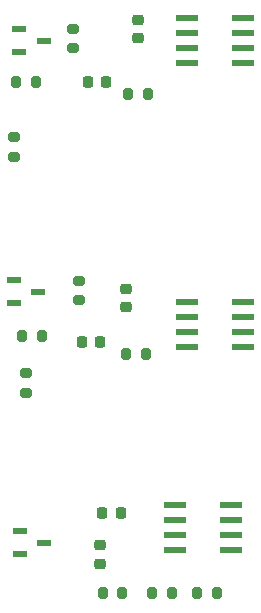
<source format=gtp>
%TF.GenerationSoftware,KiCad,Pcbnew,8.0.1*%
%TF.CreationDate,2024-09-29T19:32:40+02:00*%
%TF.ProjectId,CANPCB_TESTBENCH,43414e50-4342-45f5-9445-535442454e43,rev?*%
%TF.SameCoordinates,Original*%
%TF.FileFunction,Paste,Top*%
%TF.FilePolarity,Positive*%
%FSLAX46Y46*%
G04 Gerber Fmt 4.6, Leading zero omitted, Abs format (unit mm)*
G04 Created by KiCad (PCBNEW 8.0.1) date 2024-09-29 19:32:40*
%MOMM*%
%LPD*%
G01*
G04 APERTURE LIST*
G04 Aperture macros list*
%AMRoundRect*
0 Rectangle with rounded corners*
0 $1 Rounding radius*
0 $2 $3 $4 $5 $6 $7 $8 $9 X,Y pos of 4 corners*
0 Add a 4 corners polygon primitive as box body*
4,1,4,$2,$3,$4,$5,$6,$7,$8,$9,$2,$3,0*
0 Add four circle primitives for the rounded corners*
1,1,$1+$1,$2,$3*
1,1,$1+$1,$4,$5*
1,1,$1+$1,$6,$7*
1,1,$1+$1,$8,$9*
0 Add four rect primitives between the rounded corners*
20,1,$1+$1,$2,$3,$4,$5,0*
20,1,$1+$1,$4,$5,$6,$7,0*
20,1,$1+$1,$6,$7,$8,$9,0*
20,1,$1+$1,$8,$9,$2,$3,0*%
G04 Aperture macros list end*
%ADD10R,1.250000X0.600000*%
%ADD11R,1.969999X0.558000*%
%ADD12RoundRect,0.200000X-0.200000X-0.275000X0.200000X-0.275000X0.200000X0.275000X-0.200000X0.275000X0*%
%ADD13RoundRect,0.200000X0.200000X0.275000X-0.200000X0.275000X-0.200000X-0.275000X0.200000X-0.275000X0*%
%ADD14RoundRect,0.200000X0.275000X-0.200000X0.275000X0.200000X-0.275000X0.200000X-0.275000X-0.200000X0*%
%ADD15RoundRect,0.200000X-0.275000X0.200000X-0.275000X-0.200000X0.275000X-0.200000X0.275000X0.200000X0*%
%ADD16RoundRect,0.225000X0.250000X-0.225000X0.250000X0.225000X-0.250000X0.225000X-0.250000X-0.225000X0*%
%ADD17RoundRect,0.225000X-0.225000X-0.250000X0.225000X-0.250000X0.225000X0.250000X-0.225000X0.250000X0*%
%ADD18RoundRect,0.225000X0.225000X0.250000X-0.225000X0.250000X-0.225000X-0.250000X0.225000X-0.250000X0*%
%ADD19RoundRect,0.225000X-0.250000X0.225000X-0.250000X-0.225000X0.250000X-0.225000X0.250000X0.225000X0*%
G04 APERTURE END LIST*
D10*
%TO.C,IC2*%
X154950000Y-104550000D03*
X154950000Y-106450000D03*
X157050000Y-105500000D03*
%TD*%
D11*
%TO.C,U3*%
X168137800Y-102345000D03*
X168137800Y-103615000D03*
X168137800Y-104885000D03*
X168137800Y-106155000D03*
X172862200Y-106155000D03*
X172862200Y-104885000D03*
X172862200Y-103615000D03*
X172862200Y-102345000D03*
%TD*%
%TO.C,U2*%
X169137800Y-85095000D03*
X169137800Y-86365000D03*
X169137800Y-87635000D03*
X169137800Y-88905000D03*
X173862200Y-88905000D03*
X173862200Y-87635000D03*
X173862200Y-86365000D03*
X173862200Y-85095000D03*
%TD*%
%TO.C,U1*%
X169137800Y-61095000D03*
X169137800Y-62365000D03*
X169137800Y-63635000D03*
X169137800Y-64905000D03*
X173862200Y-64905000D03*
X173862200Y-63635000D03*
X173862200Y-62365000D03*
X173862200Y-61095000D03*
%TD*%
D12*
%TO.C,R11*%
X162000000Y-109750000D03*
X163650000Y-109750000D03*
%TD*%
D13*
%TO.C,R10*%
X171650000Y-109750000D03*
X170000000Y-109750000D03*
%TD*%
D12*
%TO.C,R9*%
X166175000Y-109750000D03*
X167825000Y-109750000D03*
%TD*%
D14*
%TO.C,R8*%
X160000000Y-85000000D03*
X160000000Y-83350000D03*
%TD*%
D12*
%TO.C,R7*%
X155175000Y-88000000D03*
X156825000Y-88000000D03*
%TD*%
%TO.C,R6*%
X164000000Y-89500000D03*
X165650000Y-89500000D03*
%TD*%
D15*
%TO.C,R5*%
X155500000Y-91175000D03*
X155500000Y-92825000D03*
%TD*%
%TO.C,R4*%
X154500000Y-71175000D03*
X154500000Y-72825000D03*
%TD*%
D12*
%TO.C,R3*%
X164175000Y-67500000D03*
X165825000Y-67500000D03*
%TD*%
D15*
%TO.C,R2*%
X159500000Y-62000000D03*
X159500000Y-63650000D03*
%TD*%
D12*
%TO.C,R1*%
X154675000Y-66500000D03*
X156325000Y-66500000D03*
%TD*%
D10*
%TO.C,IC3*%
X154450000Y-83300000D03*
X154450000Y-85200000D03*
X156550000Y-84250000D03*
%TD*%
%TO.C,IC1*%
X154900000Y-62050000D03*
X154900000Y-63950000D03*
X157000000Y-63000000D03*
%TD*%
D16*
%TO.C,C6*%
X161750000Y-107275000D03*
X161750000Y-105725000D03*
%TD*%
D17*
%TO.C,C5*%
X161975000Y-103000000D03*
X163525000Y-103000000D03*
%TD*%
D18*
%TO.C,C4*%
X161775000Y-88500000D03*
X160225000Y-88500000D03*
%TD*%
D19*
%TO.C,C3*%
X164000000Y-84000000D03*
X164000000Y-85550000D03*
%TD*%
D18*
%TO.C,C2*%
X162275000Y-66500000D03*
X160725000Y-66500000D03*
%TD*%
D19*
%TO.C,C1*%
X165000000Y-61225000D03*
X165000000Y-62775000D03*
%TD*%
M02*

</source>
